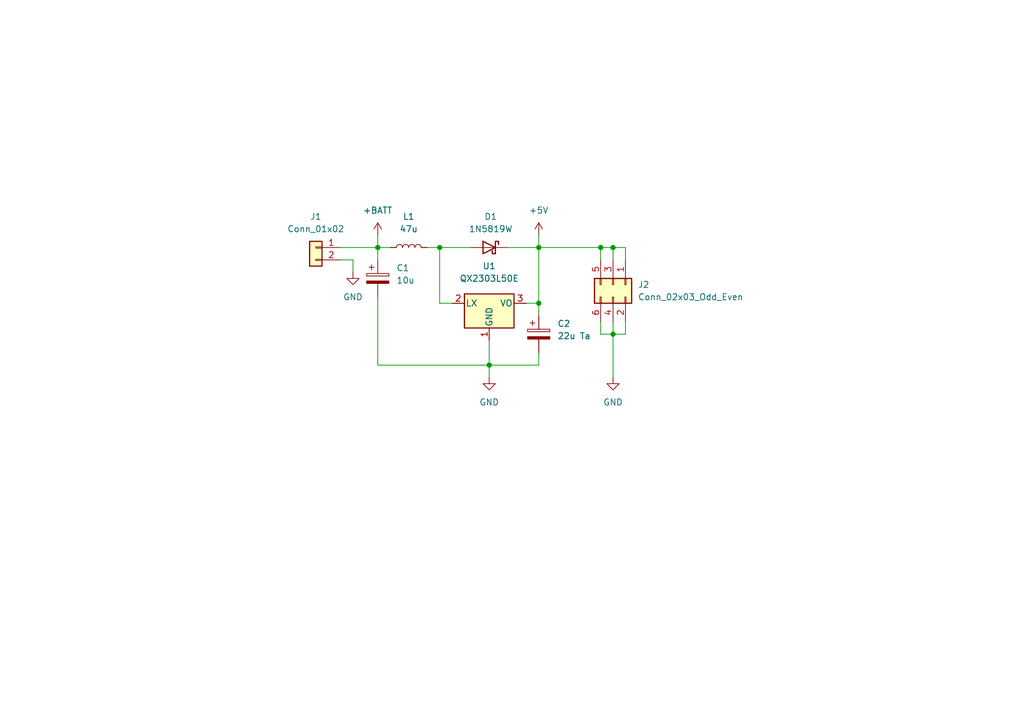
<source format=kicad_sch>
(kicad_sch (version 20211123) (generator eeschema)
  (paper "A5")
  (title_block (title "QX2303L50E breakout") (date "2024-10-11") (rev "0.1") (company "Yavook!de"))
  (lib_symbols
    (symbol "Connector_Generic:Conn_01x02" (pin_names (offset 1.016) hide)
      (property "Reference" "J" (at 0 2.54 0))
      (property "Value" "Conn_01x02" (at 0 -5.08 0))
      (symbol "Conn_01x02_1_1"
        (rectangle (start -1.27 -2.413) (end 0 -2.667) (stroke (width 0.1524)))
        (rectangle (start -1.27 0.127) (end 0 -0.127) (stroke (width 0.1524)))
        (rectangle (start -1.27 1.27) (end 1.27 -3.81) (stroke (width 0.254)) (fill (type background)))
        (pin passive line (at -5.08 0 0) (length 3.81) (name "Pin_1") (number "1"))
        (pin passive line (at -5.08 -2.54 0) (length 3.81) (name "Pin_2") (number "2"))
      )
    )
    (symbol "Connector_Generic:Conn_02x03_Odd_Even" (pin_names (offset 1.016) hide)
      (property "Reference" "J" (at 1.27 5.08 0))
      (property "Value" "Conn_02x03_Odd_Even" (at 1.27 -5.08 0))
      (symbol "Conn_02x03_Odd_Even_1_1"
        (rectangle (start -1.27 -2.413) (end 0 -2.667) (stroke (width 0.1524)))
        (rectangle (start -1.27 0.127) (end 0 -0.127) (stroke (width 0.1524)))
        (rectangle (start -1.27 2.667) (end 0 2.413) (stroke (width 0.1524)))
        (rectangle (start -1.27 3.81) (end 3.81 -3.81) (stroke (width 0.254)) (fill (type background)))
        (rectangle (start 3.81 -2.413) (end 2.54 -2.667) (stroke (width 0.1524)))
        (rectangle (start 3.81 0.127) (end 2.54 -0.127) (stroke (width 0.1524)))
        (rectangle (start 3.81 2.667) (end 2.54 2.413) (stroke (width 0.1524)))
        (pin passive line (at -5.08 2.54 0) (length 3.81) (name "Pin_1") (number "1"))
        (pin passive line (at 7.62 2.54 180) (length 3.81) (name "Pin_2") (number "2"))
        (pin passive line (at -5.08 0 0) (length 3.81) (name "Pin_3") (number "3"))
        (pin passive line (at 7.62 0 180) (length 3.81) (name "Pin_4") (number "4"))
        (pin passive line (at -5.08 -2.54 0) (length 3.81) (name "Pin_5") (number "5"))
        (pin passive line (at 7.62 -2.54 180) (length 3.81) (name "Pin_6") (number "6"))
      )
    )
    (symbol "Device:C_Polarized" (pin_numbers hide) (pin_names (offset 0.254))
      (property "Reference" "C" (at 0.635 2.54 0))
      (property "Value" "C_Polarized" (at 0.635 -2.54 0))
      (symbol "C_Polarized_0_1"
        (rectangle (start -2.286 0.508) (end 2.286 1.016))
        (polyline (pts (xy -1.778 2.286) (xy -0.762 2.286)))
        (polyline (pts (xy -1.27 2.794) (xy -1.27 1.778)))
        (rectangle (start 2.286 -0.508) (end -2.286 -1.016) (fill (type outline)))
      )
      (symbol "C_Polarized_1_1"
        (pin passive line (at 0 3.81 270) (length 2.794) (name "~") (number "1"))
        (pin passive line (at 0 -3.81 90) (length 2.794) (name "~") (number "2"))
      )
    )
    (symbol "Device:D_Schottky" (pin_numbers hide) (pin_names (offset 1.016) hide)
      (property "Reference" "D" (at 0 2.54 0))
      (property "Value" "D_Schottky" (at 0 -2.54 0))
      (symbol "D_Schottky_0_1"
        (polyline (pts (xy 1.27 0) (xy -1.27 0)))
        (polyline (pts (xy 1.27 1.27) (xy 1.27 -1.27) (xy -1.27 0) (xy 1.27 1.27)) (stroke (width 0.254)))
        (polyline (pts (xy -1.905 0.635) (xy -1.905 1.27) (xy -1.27 1.27) (xy -1.27 -1.27) (xy -0.635 -1.27) (xy -0.635 -0.635)) (stroke (width 0.254)))
      )
      (symbol "D_Schottky_1_1"
        (pin passive line (at -3.81 0 0) (length 2.54) (name "K") (number "1"))
        (pin passive line (at 3.81 0 180) (length 2.54) (name "A") (number "2"))
      )
    )
    (symbol "Device:L" (pin_numbers hide) (pin_names (offset 1.016) hide)
      (property "Reference" "L" (at -1.27 0 90))
      (property "Value" "L" (at 1.905 0 90))
      (symbol "L_0_1"
        (arc (start 0 -2.54) (mid 0.635 -1.905) (end 0 -1.27))
        (arc (start 0 -1.27) (mid 0.635 -0.635) (end 0 0))
        (arc (start 0 0) (mid 0.635 0.635) (end 0 1.27))
        (arc (start 0 1.27) (mid 0.635 1.905) (end 0 2.54))
      )
      (symbol "L_1_1"
        (pin passive line (at 0 3.81 270) (length 1.27) (name "1") (number "1"))
        (pin passive line (at 0 -3.81 90) (length 1.27) (name "2") (number "2"))
      )
    )
    (symbol "mini-boards:QX2303L50E" (pin_names (offset 0.254))
      (property "Reference" "U" (at -3.81 3.175 0))
      (property "Value" "QX2303L50E" (at 0 3.175 0))
      (symbol "QX2303L50E_0_1"
        (rectangle (start -5.08 -5.08) (end 5.08 1.905) (stroke (width 0.254)) (fill (type background)))
      )
      (symbol "QX2303L50E_1_1"
        (pin power_in line (at 0 -7.62 90) (length 2.54) (name "GND") (number "1"))
        (pin open_collector line (at -7.62 0 0) (length 2.54) (name "LX") (number "2"))
        (pin power_out line (at 7.62 0 180) (length 2.54) (name "VO") (number "3"))
      )
    )
    (symbol "power:+5V" (power) (pin_names (offset 0))
      (property "Value" "+5V" (at 0 3.556 0))
      (symbol "+5V_0_1"
        (polyline (pts (xy -0.762 1.27) (xy 0 2.54)))
        (polyline (pts (xy 0 0) (xy 0 2.54)))
        (polyline (pts (xy 0 2.54) (xy 0.762 1.27)))
      )
      (symbol "+5V_1_1"
        (pin power_in line (at 0 0 90) (length 0) hide (name "+5V") (number "1"))
      )
    )
    (symbol "power:+BATT" (power) (pin_names (offset 0))
      (property "Value" "+BATT" (at 0 3.556 0))
      (symbol "+BATT_0_1"
        (polyline (pts (xy -0.762 1.27) (xy 0 2.54)))
        (polyline (pts (xy 0 0) (xy 0 2.54)))
        (polyline (pts (xy 0 2.54) (xy 0.762 1.27)))
      )
      (symbol "+BATT_1_1"
        (pin power_in line (at 0 0 90) (length 0) hide (name "+BATT") (number "1"))
      )
    )
    (symbol "power:GND" (power) (pin_names (offset 0))
      (property "Value" "GND" (at 0 -3.81 0))
      (symbol "GND_0_1"
        (polyline (pts (xy 0 0) (xy 0 -1.27) (xy 1.27 -1.27) (xy 0 -2.54) (xy -1.27 -1.27) (xy 0 -1.27)))
      )
      (symbol "GND_1_1"
        (pin power_in line (at 0 0 270) (length 0) hide (name "GND") (number "1"))
      )
    )
  )
  (junction (at 90.17 50.8))
  (junction (at 77.47 50.8))
  (junction (at 125.73 50.8))
  (junction (at 123.19 50.8))
  (junction (at 110.49 62.23))
  (junction (at 125.73 68.58))
  (junction (at 110.49 50.8))
  (junction (at 100.33 74.93))
  (wire (pts (xy 123.19 50.8) (xy 123.19 53.34)))
  (wire (pts (xy 110.49 50.8) (xy 123.19 50.8)))
  (wire (pts (xy 77.47 74.93) (xy 100.33 74.93)))
  (wire (pts (xy 128.27 50.8) (xy 128.27 53.34)))
  (wire (pts (xy 107.95 62.23) (xy 110.49 62.23)))
  (wire (pts (xy 69.85 53.34) (xy 72.39 53.34)))
  (wire (pts (xy 110.49 62.23) (xy 110.49 64.77)))
  (wire (pts (xy 110.49 74.93) (xy 100.33 74.93)))
  (wire (pts (xy 90.17 50.8) (xy 96.52 50.8)))
  (wire (pts (xy 104.14 50.8) (xy 110.49 50.8)))
  (wire (pts (xy 110.49 72.39) (xy 110.49 74.93)))
  (wire (pts (xy 77.47 50.8) (xy 80.01 50.8)))
  (wire (pts (xy 77.47 53.34) (xy 77.47 50.8)))
  (wire (pts (xy 72.39 53.34) (xy 72.39 55.88)))
  (wire (pts (xy 125.73 50.8) (xy 125.73 53.34)))
  (wire (pts (xy 77.47 48.26) (xy 77.47 50.8)))
  (wire (pts (xy 128.27 66.04) (xy 128.27 68.58)))
  (wire (pts (xy 100.33 74.93) (xy 100.33 77.47)))
  (wire (pts (xy 125.73 68.58) (xy 125.73 77.47)))
  (wire (pts (xy 123.19 68.58) (xy 123.19 66.04)))
  (wire (pts (xy 100.33 69.85) (xy 100.33 74.93)))
  (wire (pts (xy 110.49 62.23) (xy 110.49 50.8)))
  (wire (pts (xy 125.73 50.8) (xy 128.27 50.8)))
  (wire (pts (xy 125.73 68.58) (xy 128.27 68.58)))
  (wire (pts (xy 123.19 50.8) (xy 125.73 50.8)))
  (wire (pts (xy 87.63 50.8) (xy 90.17 50.8)))
  (wire (pts (xy 69.85 50.8) (xy 77.47 50.8)))
  (wire (pts (xy 123.19 68.58) (xy 125.73 68.58)))
  (wire (pts (xy 125.73 66.04) (xy 125.73 68.58)))
  (wire (pts (xy 92.71 62.23) (xy 90.17 62.23)))
  (wire (pts (xy 90.17 62.23) (xy 90.17 50.8)))
  (wire (pts (xy 77.47 60.96) (xy 77.47 74.93)))
  (wire (pts (xy 110.49 48.26) (xy 110.49 50.8)))
  (symbol (lib_id "mini-boards:QX2303L50E") (at 100.33 62.23 0) (unit 1)
    (property "Reference" "U1" (at 100.33 54.61 0))
    (property "Value" "QX2303L50E" (at 100.33 57.15 0))
    (property "Footprint" "Package_TO_SOT_SMD:SOT-89-3_Handsoldering" (effects hide))
    (property "Datasheet" "https://www.lcsc.com/datasheet/lcsc_datasheet_1809201531_QX-Micro-Devices-QX2303L50TO_C236066.pdf" (effects hide))
  )
  (symbol (lib_id "power:GND") (at 100.33 77.47 0) (unit 1)
    (property "Reference" "#PWR03" (effects hide))
    (property "Value" "GND" (at 100.33 82.55 0))
  )
  (symbol (lib_id "Device:L") (at 83.82 50.8 90) (unit 1)
    (property "Reference" "L1" (at 83.82 44.45 90))
    (property "Value" "47u" (at 83.82 46.99 90))
    (property "Footprint" "Inductor_SMD:L_10.4x10.4_H4.8" (effects hide))
  )
  (symbol (lib_id "power:+BATT") (at 77.47 48.26 0) (unit 1)
    (property "Reference" "#PWR02" (effects hide))
    (property "Value" "+BATT" (at 77.47 43.18 0))
  )
  (symbol (lib_id "power:GND") (at 72.39 55.88 0) (unit 1)
    (property "Reference" "#PWR01" (effects hide))
    (property "Value" "GND" (at 72.39 60.96 0))
  )
  (symbol (lib_id "Device:D_Schottky") (at 100.33 50.8 0) (mirror y) (unit 1)
    (property "Reference" "D1" (at 100.6475 44.45 0))
    (property "Value" "1N5819W" (at 100.6475 46.99 0))
    (property "Footprint" "Diode_SMD:D_SOD-123" (effects hide))
  )
  (symbol (lib_id "power:GND") (at 125.73 77.47 0) (unit 1)
    (property "Reference" "#PWR05" (effects hide))
    (property "Value" "GND" (at 125.73 82.55 0))
  )
  (symbol (lib_id "Connector_Generic:Conn_02x03_Odd_Even") (at 125.73 58.42 270) (unit 1)
    (property "Reference" "J2" (at 130.81 58.4199 90) (effects (justify left)))
    (property "Value" "Conn_02x03_Odd_Even" (at 130.81 60.9599 90) (effects (justify left)))
    (property "Footprint" "Connector_PinHeader_2.54mm:PinHeader_2x03_P2.54mm_Vertical" (effects hide))
  )
  (symbol (lib_id "power:+5V") (at 110.49 48.26 0) (unit 1)
    (property "Reference" "#PWR04" (effects hide))
    (property "Value" "+5V" (at 110.49 43.18 0))
  )
  (symbol (lib_id "Device:C_Polarized") (at 110.49 68.58 0) (unit 1)
    (property "Reference" "C2" (at 114.3 66.4209 0) (effects (justify left)))
    (property "Value" "22u Ta" (at 114.3 68.9609 0) (effects (justify left)))
    (property "Footprint" "Capacitor_SMD:C_1206_3216Metric_Pad1.33x1.80mm_HandSolder" (effects hide))
  )
  (symbol (lib_id "Device:C_Polarized") (at 77.47 57.15 0) (unit 1)
    (property "Reference" "C1" (at 81.28 54.9909 0) (effects (justify left)))
    (property "Value" "10u" (at 81.28 57.5309 0) (effects (justify left)))
    (property "Footprint" "Capacitor_SMD:CP_Elec_4x5.4" (effects hide))
  )
  (symbol (lib_id "Connector_Generic:Conn_01x02") (at 64.77 50.8 0) (mirror y) (unit 1)
    (property "Reference" "J1" (at 64.77 44.45 0))
    (property "Value" "Conn_01x02" (at 64.77 46.99 0))
    (property "Footprint" "Connector_JST:JST_XH_B2B-XH-A_1x02_P2.50mm_Vertical" (effects hide))
  )
)
</source>
